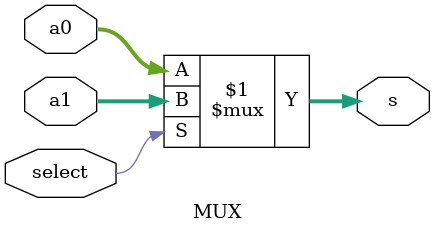
<source format=v>
`timescale 1ns/1ns

module MUX #(
	parameter width = 32
) 
(
	input [width-1:0] a0,a1,
	input select,
	output [width-1:0] s
) ;

	assign s = (select) ? a1 : a0 ;

endmodule


</source>
